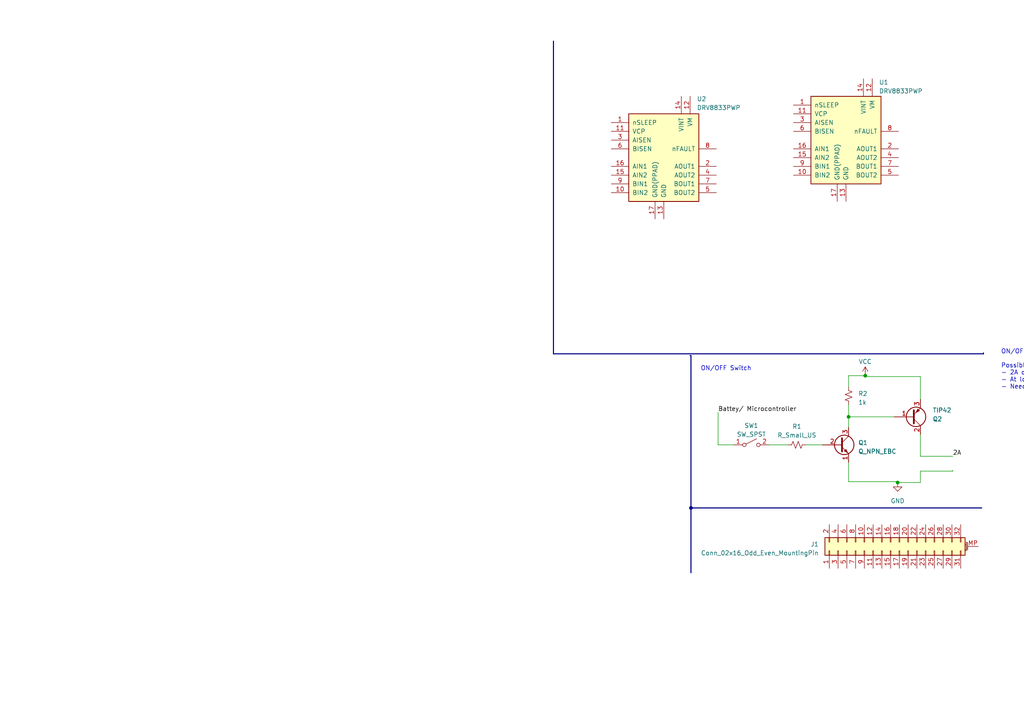
<source format=kicad_sch>
(kicad_sch (version 20230121) (generator eeschema)

  (uuid c9e217fd-79a4-4d9e-9619-03245161d78d)

  (paper "A4")

  (title_block
    (title "EEE3088F Project Design Power module")
    (date "2025-03-19")
    (rev "V0.0")
    (company "University of Cape Town")
  )

  (lib_symbols
    (symbol "Connector_Generic_MountingPin:Conn_02x16_Odd_Even_MountingPin" (pin_names (offset 1.016) hide) (in_bom yes) (on_board yes)
      (property "Reference" "J" (at 1.27 20.32 0)
        (effects (font (size 1.27 1.27)))
      )
      (property "Value" "Conn_02x16_Odd_Even_MountingPin" (at 2.54 -22.86 0)
        (effects (font (size 1.27 1.27)) (justify left))
      )
      (property "Footprint" "" (at 0 0 0)
        (effects (font (size 1.27 1.27)) hide)
      )
      (property "Datasheet" "~" (at 0 0 0)
        (effects (font (size 1.27 1.27)) hide)
      )
      (property "ki_keywords" "connector" (at 0 0 0)
        (effects (font (size 1.27 1.27)) hide)
      )
      (property "ki_description" "Generic connectable mounting pin connector, double row, 02x16, odd/even pin numbering scheme (row 1 odd numbers, row 2 even numbers), script generated (kicad-library-utils/schlib/autogen/connector/)" (at 0 0 0)
        (effects (font (size 1.27 1.27)) hide)
      )
      (property "ki_fp_filters" "Connector*:*_2x??-1MP*" (at 0 0 0)
        (effects (font (size 1.27 1.27)) hide)
      )
      (symbol "Conn_02x16_Odd_Even_MountingPin_1_1"
        (rectangle (start -1.27 -20.193) (end 0 -20.447)
          (stroke (width 0.1524) (type default))
          (fill (type none))
        )
        (rectangle (start -1.27 -17.653) (end 0 -17.907)
          (stroke (width 0.1524) (type default))
          (fill (type none))
        )
        (rectangle (start -1.27 -15.113) (end 0 -15.367)
          (stroke (width 0.1524) (type default))
          (fill (type none))
        )
        (rectangle (start -1.27 -12.573) (end 0 -12.827)
          (stroke (width 0.1524) (type default))
          (fill (type none))
        )
        (rectangle (start -1.27 -10.033) (end 0 -10.287)
          (stroke (width 0.1524) (type default))
          (fill (type none))
        )
        (rectangle (start -1.27 -7.493) (end 0 -7.747)
          (stroke (width 0.1524) (type default))
          (fill (type none))
        )
        (rectangle (start -1.27 -4.953) (end 0 -5.207)
          (stroke (width 0.1524) (type default))
          (fill (type none))
        )
        (rectangle (start -1.27 -2.413) (end 0 -2.667)
          (stroke (width 0.1524) (type default))
          (fill (type none))
        )
        (rectangle (start -1.27 0.127) (end 0 -0.127)
          (stroke (width 0.1524) (type default))
          (fill (type none))
        )
        (rectangle (start -1.27 2.667) (end 0 2.413)
          (stroke (width 0.1524) (type default))
          (fill (type none))
        )
        (rectangle (start -1.27 5.207) (end 0 4.953)
          (stroke (width 0.1524) (type default))
          (fill (type none))
        )
        (rectangle (start -1.27 7.747) (end 0 7.493)
          (stroke (width 0.1524) (type default))
          (fill (type none))
        )
        (rectangle (start -1.27 10.287) (end 0 10.033)
          (stroke (width 0.1524) (type default))
          (fill (type none))
        )
        (rectangle (start -1.27 12.827) (end 0 12.573)
          (stroke (width 0.1524) (type default))
          (fill (type none))
        )
        (rectangle (start -1.27 15.367) (end 0 15.113)
          (stroke (width 0.1524) (type default))
          (fill (type none))
        )
        (rectangle (start -1.27 17.907) (end 0 17.653)
          (stroke (width 0.1524) (type default))
          (fill (type none))
        )
        (rectangle (start -1.27 19.05) (end 3.81 -21.59)
          (stroke (width 0.254) (type default))
          (fill (type background))
        )
        (polyline
          (pts
            (xy 0.254 -22.352)
            (xy 2.286 -22.352)
          )
          (stroke (width 0.1524) (type default))
          (fill (type none))
        )
        (rectangle (start 3.81 -20.193) (end 2.54 -20.447)
          (stroke (width 0.1524) (type default))
          (fill (type none))
        )
        (rectangle (start 3.81 -17.653) (end 2.54 -17.907)
          (stroke (width 0.1524) (type default))
          (fill (type none))
        )
        (rectangle (start 3.81 -15.113) (end 2.54 -15.367)
          (stroke (width 0.1524) (type default))
          (fill (type none))
        )
        (rectangle (start 3.81 -12.573) (end 2.54 -12.827)
          (stroke (width 0.1524) (type default))
          (fill (type none))
        )
        (rectangle (start 3.81 -10.033) (end 2.54 -10.287)
          (stroke (width 0.1524) (type default))
          (fill (type none))
        )
        (rectangle (start 3.81 -7.493) (end 2.54 -7.747)
          (stroke (width 0.1524) (type default))
          (fill (type none))
        )
        (rectangle (start 3.81 -4.953) (end 2.54 -5.207)
          (stroke (width 0.1524) (type default))
          (fill (type none))
        )
        (rectangle (start 3.81 -2.413) (end 2.54 -2.667)
          (stroke (width 0.1524) (type default))
          (fill (type none))
        )
        (rectangle (start 3.81 0.127) (end 2.54 -0.127)
          (stroke (width 0.1524) (type default))
          (fill (type none))
        )
        (rectangle (start 3.81 2.667) (end 2.54 2.413)
          (stroke (width 0.1524) (type default))
          (fill (type none))
        )
        (rectangle (start 3.81 5.207) (end 2.54 4.953)
          (stroke (width 0.1524) (type default))
          (fill (type none))
        )
        (rectangle (start 3.81 7.747) (end 2.54 7.493)
          (stroke (width 0.1524) (type default))
          (fill (type none))
        )
        (rectangle (start 3.81 10.287) (end 2.54 10.033)
          (stroke (width 0.1524) (type default))
          (fill (type none))
        )
        (rectangle (start 3.81 12.827) (end 2.54 12.573)
          (stroke (width 0.1524) (type default))
          (fill (type none))
        )
        (rectangle (start 3.81 15.367) (end 2.54 15.113)
          (stroke (width 0.1524) (type default))
          (fill (type none))
        )
        (rectangle (start 3.81 17.907) (end 2.54 17.653)
          (stroke (width 0.1524) (type default))
          (fill (type none))
        )
        (text "Mounting" (at 1.27 -21.971 0)
          (effects (font (size 0.381 0.381)))
        )
        (pin passive line (at -5.08 17.78 0) (length 3.81)
          (name "Pin_1" (effects (font (size 1.27 1.27))))
          (number "1" (effects (font (size 1.27 1.27))))
        )
        (pin passive line (at 7.62 7.62 180) (length 3.81)
          (name "Pin_10" (effects (font (size 1.27 1.27))))
          (number "10" (effects (font (size 1.27 1.27))))
        )
        (pin passive line (at -5.08 5.08 0) (length 3.81)
          (name "Pin_11" (effects (font (size 1.27 1.27))))
          (number "11" (effects (font (size 1.27 1.27))))
        )
        (pin passive line (at 7.62 5.08 180) (length 3.81)
          (name "Pin_12" (effects (font (size 1.27 1.27))))
          (number "12" (effects (font (size 1.27 1.27))))
        )
        (pin passive line (at -5.08 2.54 0) (length 3.81)
          (name "Pin_13" (effects (font (size 1.27 1.27))))
          (number "13" (effects (font (size 1.27 1.27))))
        )
        (pin passive line (at 7.62 2.54 180) (length 3.81)
          (name "Pin_14" (effects (font (size 1.27 1.27))))
          (number "14" (effects (font (size 1.27 1.27))))
        )
        (pin passive line (at -5.08 0 0) (length 3.81)
          (name "Pin_15" (effects (font (size 1.27 1.27))))
          (number "15" (effects (font (size 1.27 1.27))))
        )
        (pin passive line (at 7.62 0 180) (length 3.81)
          (name "Pin_16" (effects (font (size 1.27 1.27))))
          (number "16" (effects (font (size 1.27 1.27))))
        )
        (pin passive line (at -5.08 -2.54 0) (length 3.81)
          (name "Pin_17" (effects (font (size 1.27 1.27))))
          (number "17" (effects (font (size 1.27 1.27))))
        )
        (pin passive line (at 7.62 -2.54 180) (length 3.81)
          (name "Pin_18" (effects (font (size 1.27 1.27))))
          (number "18" (effects (font (size 1.27 1.27))))
        )
        (pin passive line (at -5.08 -5.08 0) (length 3.81)
          (name "Pin_19" (effects (font (size 1.27 1.27))))
          (number "19" (effects (font (size 1.27 1.27))))
        )
        (pin passive line (at 7.62 17.78 180) (length 3.81)
          (name "Pin_2" (effects (font (size 1.27 1.27))))
          (number "2" (effects (font (size 1.27 1.27))))
        )
        (pin passive line (at 7.62 -5.08 180) (length 3.81)
          (name "Pin_20" (effects (font (size 1.27 1.27))))
          (number "20" (effects (font (size 1.27 1.27))))
        )
        (pin passive line (at -5.08 -7.62 0) (length 3.81)
          (name "Pin_21" (effects (font (size 1.27 1.27))))
          (number "21" (effects (font (size 1.27 1.27))))
        )
        (pin passive line (at 7.62 -7.62 180) (length 3.81)
          (name "Pin_22" (effects (font (size 1.27 1.27))))
          (number "22" (effects (font (size 1.27 1.27))))
        )
        (pin passive line (at -5.08 -10.16 0) (length 3.81)
          (name "Pin_23" (effects (font (size 1.27 1.27))))
          (number "23" (effects (font (size 1.27 1.27))))
        )
        (pin passive line (at 7.62 -10.16 180) (length 3.81)
          (name "Pin_24" (effects (font (size 1.27 1.27))))
          (number "24" (effects (font (size 1.27 1.27))))
        )
        (pin passive line (at -5.08 -12.7 0) (length 3.81)
          (name "Pin_25" (effects (font (size 1.27 1.27))))
          (number "25" (effects (font (size 1.27 1.27))))
        )
        (pin passive line (at 7.62 -12.7 180) (length 3.81)
          (name "Pin_26" (effects (font (size 1.27 1.27))))
          (number "26" (effects (font (size 1.27 1.27))))
        )
        (pin passive line (at -5.08 -15.24 0) (length 3.81)
          (name "Pin_27" (effects (font (size 1.27 1.27))))
          (number "27" (effects (font (size 1.27 1.27))))
        )
        (pin passive line (at 7.62 -15.24 180) (length 3.81)
          (name "Pin_28" (effects (font (size 1.27 1.27))))
          (number "28" (effects (font (size 1.27 1.27))))
        )
        (pin passive line (at -5.08 -17.78 0) (length 3.81)
          (name "Pin_29" (effects (font (size 1.27 1.27))))
          (number "29" (effects (font (size 1.27 1.27))))
        )
        (pin passive line (at -5.08 15.24 0) (length 3.81)
          (name "Pin_3" (effects (font (size 1.27 1.27))))
          (number "3" (effects (font (size 1.27 1.27))))
        )
        (pin passive line (at 7.62 -17.78 180) (length 3.81)
          (name "Pin_30" (effects (font (size 1.27 1.27))))
          (number "30" (effects (font (size 1.27 1.27))))
        )
        (pin passive line (at -5.08 -20.32 0) (length 3.81)
          (name "Pin_31" (effects (font (size 1.27 1.27))))
          (number "31" (effects (font (size 1.27 1.27))))
        )
        (pin passive line (at 7.62 -20.32 180) (length 3.81)
          (name "Pin_32" (effects (font (size 1.27 1.27))))
          (number "32" (effects (font (size 1.27 1.27))))
        )
        (pin passive line (at 7.62 15.24 180) (length 3.81)
          (name "Pin_4" (effects (font (size 1.27 1.27))))
          (number "4" (effects (font (size 1.27 1.27))))
        )
        (pin passive line (at -5.08 12.7 0) (length 3.81)
          (name "Pin_5" (effects (font (size 1.27 1.27))))
          (number "5" (effects (font (size 1.27 1.27))))
        )
        (pin passive line (at 7.62 12.7 180) (length 3.81)
          (name "Pin_6" (effects (font (size 1.27 1.27))))
          (number "6" (effects (font (size 1.27 1.27))))
        )
        (pin passive line (at -5.08 10.16 0) (length 3.81)
          (name "Pin_7" (effects (font (size 1.27 1.27))))
          (number "7" (effects (font (size 1.27 1.27))))
        )
        (pin passive line (at 7.62 10.16 180) (length 3.81)
          (name "Pin_8" (effects (font (size 1.27 1.27))))
          (number "8" (effects (font (size 1.27 1.27))))
        )
        (pin passive line (at -5.08 7.62 0) (length 3.81)
          (name "Pin_9" (effects (font (size 1.27 1.27))))
          (number "9" (effects (font (size 1.27 1.27))))
        )
        (pin passive line (at 1.27 -25.4 90) (length 3.048)
          (name "MountPin" (effects (font (size 1.27 1.27))))
          (number "MP" (effects (font (size 1.27 1.27))))
        )
      )
    )
    (symbol "Device:Q_NPN_EBC" (pin_names (offset 0) hide) (in_bom yes) (on_board yes)
      (property "Reference" "Q" (at 5.08 1.27 0)
        (effects (font (size 1.27 1.27)) (justify left))
      )
      (property "Value" "Q_NPN_EBC" (at 5.08 -1.27 0)
        (effects (font (size 1.27 1.27)) (justify left))
      )
      (property "Footprint" "" (at 5.08 2.54 0)
        (effects (font (size 1.27 1.27)) hide)
      )
      (property "Datasheet" "~" (at 0 0 0)
        (effects (font (size 1.27 1.27)) hide)
      )
      (property "ki_keywords" "transistor NPN" (at 0 0 0)
        (effects (font (size 1.27 1.27)) hide)
      )
      (property "ki_description" "NPN transistor, emitter/base/collector" (at 0 0 0)
        (effects (font (size 1.27 1.27)) hide)
      )
      (symbol "Q_NPN_EBC_0_1"
        (polyline
          (pts
            (xy 0.635 0.635)
            (xy 2.54 2.54)
          )
          (stroke (width 0) (type default))
          (fill (type none))
        )
        (polyline
          (pts
            (xy 0.635 -0.635)
            (xy 2.54 -2.54)
            (xy 2.54 -2.54)
          )
          (stroke (width 0) (type default))
          (fill (type none))
        )
        (polyline
          (pts
            (xy 0.635 1.905)
            (xy 0.635 -1.905)
            (xy 0.635 -1.905)
          )
          (stroke (width 0.508) (type default))
          (fill (type none))
        )
        (polyline
          (pts
            (xy 1.27 -1.778)
            (xy 1.778 -1.27)
            (xy 2.286 -2.286)
            (xy 1.27 -1.778)
            (xy 1.27 -1.778)
          )
          (stroke (width 0) (type default))
          (fill (type outline))
        )
        (circle (center 1.27 0) (radius 2.8194)
          (stroke (width 0.254) (type default))
          (fill (type none))
        )
      )
      (symbol "Q_NPN_EBC_1_1"
        (pin passive line (at 2.54 -5.08 90) (length 2.54)
          (name "E" (effects (font (size 1.27 1.27))))
          (number "1" (effects (font (size 1.27 1.27))))
        )
        (pin passive line (at -5.08 0 0) (length 5.715)
          (name "B" (effects (font (size 1.27 1.27))))
          (number "2" (effects (font (size 1.27 1.27))))
        )
        (pin passive line (at 2.54 5.08 270) (length 2.54)
          (name "C" (effects (font (size 1.27 1.27))))
          (number "3" (effects (font (size 1.27 1.27))))
        )
      )
    )
    (symbol "Device:Q_PNP_BCE" (pin_names (offset 0) hide) (in_bom yes) (on_board yes)
      (property "Reference" "Q" (at 5.08 1.27 0)
        (effects (font (size 1.27 1.27)) (justify left))
      )
      (property "Value" "Q_PNP_BCE" (at 5.08 -1.27 0)
        (effects (font (size 1.27 1.27)) (justify left))
      )
      (property "Footprint" "" (at 5.08 2.54 0)
        (effects (font (size 1.27 1.27)) hide)
      )
      (property "Datasheet" "~" (at 0 0 0)
        (effects (font (size 1.27 1.27)) hide)
      )
      (property "ki_keywords" "transistor PNP" (at 0 0 0)
        (effects (font (size 1.27 1.27)) hide)
      )
      (property "ki_description" "PNP transistor, base/collector/emitter" (at 0 0 0)
        (effects (font (size 1.27 1.27)) hide)
      )
      (symbol "Q_PNP_BCE_0_1"
        (polyline
          (pts
            (xy 0.635 0.635)
            (xy 2.54 2.54)
          )
          (stroke (width 0) (type default))
          (fill (type none))
        )
        (polyline
          (pts
            (xy 0.635 -0.635)
            (xy 2.54 -2.54)
            (xy 2.54 -2.54)
          )
          (stroke (width 0) (type default))
          (fill (type none))
        )
        (polyline
          (pts
            (xy 0.635 1.905)
            (xy 0.635 -1.905)
            (xy 0.635 -1.905)
          )
          (stroke (width 0.508) (type default))
          (fill (type none))
        )
        (polyline
          (pts
            (xy 2.286 -1.778)
            (xy 1.778 -2.286)
            (xy 1.27 -1.27)
            (xy 2.286 -1.778)
            (xy 2.286 -1.778)
          )
          (stroke (width 0) (type default))
          (fill (type outline))
        )
        (circle (center 1.27 0) (radius 2.8194)
          (stroke (width 0.254) (type default))
          (fill (type none))
        )
      )
      (symbol "Q_PNP_BCE_1_1"
        (pin input line (at -5.08 0 0) (length 5.715)
          (name "B" (effects (font (size 1.27 1.27))))
          (number "1" (effects (font (size 1.27 1.27))))
        )
        (pin passive line (at 2.54 5.08 270) (length 2.54)
          (name "C" (effects (font (size 1.27 1.27))))
          (number "2" (effects (font (size 1.27 1.27))))
        )
        (pin passive line (at 2.54 -5.08 90) (length 2.54)
          (name "E" (effects (font (size 1.27 1.27))))
          (number "3" (effects (font (size 1.27 1.27))))
        )
      )
    )
    (symbol "Device:R_Small_US" (pin_numbers hide) (pin_names (offset 0.254) hide) (in_bom yes) (on_board yes)
      (property "Reference" "R" (at 0.762 0.508 0)
        (effects (font (size 1.27 1.27)) (justify left))
      )
      (property "Value" "R_Small_US" (at 0.762 -1.016 0)
        (effects (font (size 1.27 1.27)) (justify left))
      )
      (property "Footprint" "" (at 0 0 0)
        (effects (font (size 1.27 1.27)) hide)
      )
      (property "Datasheet" "~" (at 0 0 0)
        (effects (font (size 1.27 1.27)) hide)
      )
      (property "ki_keywords" "r resistor" (at 0 0 0)
        (effects (font (size 1.27 1.27)) hide)
      )
      (property "ki_description" "Resistor, small US symbol" (at 0 0 0)
        (effects (font (size 1.27 1.27)) hide)
      )
      (property "ki_fp_filters" "R_*" (at 0 0 0)
        (effects (font (size 1.27 1.27)) hide)
      )
      (symbol "R_Small_US_1_1"
        (polyline
          (pts
            (xy 0 0)
            (xy 1.016 -0.381)
            (xy 0 -0.762)
            (xy -1.016 -1.143)
            (xy 0 -1.524)
          )
          (stroke (width 0) (type default))
          (fill (type none))
        )
        (polyline
          (pts
            (xy 0 1.524)
            (xy 1.016 1.143)
            (xy 0 0.762)
            (xy -1.016 0.381)
            (xy 0 0)
          )
          (stroke (width 0) (type default))
          (fill (type none))
        )
        (pin passive line (at 0 2.54 270) (length 1.016)
          (name "~" (effects (font (size 1.27 1.27))))
          (number "1" (effects (font (size 1.27 1.27))))
        )
        (pin passive line (at 0 -2.54 90) (length 1.016)
          (name "~" (effects (font (size 1.27 1.27))))
          (number "2" (effects (font (size 1.27 1.27))))
        )
      )
    )
    (symbol "Driver_Motor:DRV8833PWP" (pin_names (offset 1.016)) (in_bom yes) (on_board yes)
      (property "Reference" "U" (at -3.81 16.51 0)
        (effects (font (size 1.27 1.27)))
      )
      (property "Value" "DRV8833PWP" (at -3.81 13.97 0)
        (effects (font (size 1.27 1.27)))
      )
      (property "Footprint" "Package_SO:HTSSOP-16-1EP_4.4x5mm_P0.65mm_EP3.4x5mm_Mask2.46x2.31mm_ThermalVias" (at 11.43 11.43 0)
        (effects (font (size 1.27 1.27)) (justify left) hide)
      )
      (property "Datasheet" "http://www.ti.com/lit/ds/symlink/drv8833.pdf" (at -3.81 13.97 0)
        (effects (font (size 1.27 1.27)) hide)
      )
      (property "ki_keywords" "H-bridge motor driver" (at 0 0 0)
        (effects (font (size 1.27 1.27)) hide)
      )
      (property "ki_description" "Dual H-Bridge Motor Driver, HTSSOP-16" (at 0 0 0)
        (effects (font (size 1.27 1.27)) hide)
      )
      (property "ki_fp_filters" "HTSSOP-16-1EP*4.4x5mm*P0.65mm*" (at 0 0 0)
        (effects (font (size 1.27 1.27)) hide)
      )
      (symbol "DRV8833PWP_0_1"
        (rectangle (start -10.16 12.7) (end 10.16 -12.7)
          (stroke (width 0.254) (type default))
          (fill (type background))
        )
      )
      (symbol "DRV8833PWP_1_1"
        (pin input line (at -15.24 10.16 0) (length 5.08)
          (name "nSLEEP" (effects (font (size 1.27 1.27))))
          (number "1" (effects (font (size 1.27 1.27))))
        )
        (pin input line (at -15.24 -10.16 0) (length 5.08)
          (name "BIN2" (effects (font (size 1.27 1.27))))
          (number "10" (effects (font (size 1.27 1.27))))
        )
        (pin bidirectional line (at -15.24 7.62 0) (length 5.08)
          (name "VCP" (effects (font (size 1.27 1.27))))
          (number "11" (effects (font (size 1.27 1.27))))
        )
        (pin power_in line (at 7.62 17.78 270) (length 5.08)
          (name "VM" (effects (font (size 1.27 1.27))))
          (number "12" (effects (font (size 1.27 1.27))))
        )
        (pin power_in line (at 0 -17.78 90) (length 5.08)
          (name "GND" (effects (font (size 1.27 1.27))))
          (number "13" (effects (font (size 1.27 1.27))))
        )
        (pin power_in line (at 5.08 17.78 270) (length 5.08)
          (name "VINT" (effects (font (size 1.27 1.27))))
          (number "14" (effects (font (size 1.27 1.27))))
        )
        (pin input line (at -15.24 -5.08 0) (length 5.08)
          (name "AIN2" (effects (font (size 1.27 1.27))))
          (number "15" (effects (font (size 1.27 1.27))))
        )
        (pin input line (at -15.24 -2.54 0) (length 5.08)
          (name "AIN1" (effects (font (size 1.27 1.27))))
          (number "16" (effects (font (size 1.27 1.27))))
        )
        (pin power_in line (at -2.54 -17.78 90) (length 5.08)
          (name "GND(PPAD)" (effects (font (size 1.27 1.27))))
          (number "17" (effects (font (size 1.27 1.27))))
        )
        (pin power_out line (at 15.24 -2.54 180) (length 5.08)
          (name "AOUT1" (effects (font (size 1.27 1.27))))
          (number "2" (effects (font (size 1.27 1.27))))
        )
        (pin bidirectional line (at -15.24 5.08 0) (length 5.08)
          (name "AISEN" (effects (font (size 1.27 1.27))))
          (number "3" (effects (font (size 1.27 1.27))))
        )
        (pin power_out line (at 15.24 -5.08 180) (length 5.08)
          (name "AOUT2" (effects (font (size 1.27 1.27))))
          (number "4" (effects (font (size 1.27 1.27))))
        )
        (pin power_out line (at 15.24 -10.16 180) (length 5.08)
          (name "BOUT2" (effects (font (size 1.27 1.27))))
          (number "5" (effects (font (size 1.27 1.27))))
        )
        (pin bidirectional line (at -15.24 2.54 0) (length 5.08)
          (name "BISEN" (effects (font (size 1.27 1.27))))
          (number "6" (effects (font (size 1.27 1.27))))
        )
        (pin power_out line (at 15.24 -7.62 180) (length 5.08)
          (name "BOUT1" (effects (font (size 1.27 1.27))))
          (number "7" (effects (font (size 1.27 1.27))))
        )
        (pin open_collector line (at 15.24 2.54 180) (length 5.08)
          (name "nFAULT" (effects (font (size 1.27 1.27))))
          (number "8" (effects (font (size 1.27 1.27))))
        )
        (pin input line (at -15.24 -7.62 0) (length 5.08)
          (name "BIN1" (effects (font (size 1.27 1.27))))
          (number "9" (effects (font (size 1.27 1.27))))
        )
      )
    )
    (symbol "Switch:SW_SPST" (pin_names (offset 0) hide) (in_bom yes) (on_board yes)
      (property "Reference" "SW" (at 0 3.175 0)
        (effects (font (size 1.27 1.27)))
      )
      (property "Value" "SW_SPST" (at 0 -2.54 0)
        (effects (font (size 1.27 1.27)))
      )
      (property "Footprint" "" (at 0 0 0)
        (effects (font (size 1.27 1.27)) hide)
      )
      (property "Datasheet" "~" (at 0 0 0)
        (effects (font (size 1.27 1.27)) hide)
      )
      (property "ki_keywords" "switch lever" (at 0 0 0)
        (effects (font (size 1.27 1.27)) hide)
      )
      (property "ki_description" "Single Pole Single Throw (SPST) switch" (at 0 0 0)
        (effects (font (size 1.27 1.27)) hide)
      )
      (symbol "SW_SPST_0_0"
        (circle (center -2.032 0) (radius 0.508)
          (stroke (width 0) (type default))
          (fill (type none))
        )
        (polyline
          (pts
            (xy -1.524 0.254)
            (xy 1.524 1.778)
          )
          (stroke (width 0) (type default))
          (fill (type none))
        )
        (circle (center 2.032 0) (radius 0.508)
          (stroke (width 0) (type default))
          (fill (type none))
        )
      )
      (symbol "SW_SPST_1_1"
        (pin passive line (at -5.08 0 0) (length 2.54)
          (name "A" (effects (font (size 1.27 1.27))))
          (number "1" (effects (font (size 1.27 1.27))))
        )
        (pin passive line (at 5.08 0 180) (length 2.54)
          (name "B" (effects (font (size 1.27 1.27))))
          (number "2" (effects (font (size 1.27 1.27))))
        )
      )
    )
    (symbol "power:GND" (power) (pin_names (offset 0)) (in_bom yes) (on_board yes)
      (property "Reference" "#PWR" (at 0 -6.35 0)
        (effects (font (size 1.27 1.27)) hide)
      )
      (property "Value" "GND" (at 0 -3.81 0)
        (effects (font (size 1.27 1.27)))
      )
      (property "Footprint" "" (at 0 0 0)
        (effects (font (size 1.27 1.27)) hide)
      )
      (property "Datasheet" "" (at 0 0 0)
        (effects (font (size 1.27 1.27)) hide)
      )
      (property "ki_keywords" "global power" (at 0 0 0)
        (effects (font (size 1.27 1.27)) hide)
      )
      (property "ki_description" "Power symbol creates a global label with name \"GND\" , ground" (at 0 0 0)
        (effects (font (size 1.27 1.27)) hide)
      )
      (symbol "GND_0_1"
        (polyline
          (pts
            (xy 0 0)
            (xy 0 -1.27)
            (xy 1.27 -1.27)
            (xy 0 -2.54)
            (xy -1.27 -1.27)
            (xy 0 -1.27)
          )
          (stroke (width 0) (type default))
          (fill (type none))
        )
      )
      (symbol "GND_1_1"
        (pin power_in line (at 0 0 270) (length 0) hide
          (name "GND" (effects (font (size 1.27 1.27))))
          (number "1" (effects (font (size 1.27 1.27))))
        )
      )
    )
    (symbol "power:VCC" (power) (pin_names (offset 0)) (in_bom yes) (on_board yes)
      (property "Reference" "#PWR" (at 0 -3.81 0)
        (effects (font (size 1.27 1.27)) hide)
      )
      (property "Value" "VCC" (at 0 3.81 0)
        (effects (font (size 1.27 1.27)))
      )
      (property "Footprint" "" (at 0 0 0)
        (effects (font (size 1.27 1.27)) hide)
      )
      (property "Datasheet" "" (at 0 0 0)
        (effects (font (size 1.27 1.27)) hide)
      )
      (property "ki_keywords" "global power" (at 0 0 0)
        (effects (font (size 1.27 1.27)) hide)
      )
      (property "ki_description" "Power symbol creates a global label with name \"VCC\"" (at 0 0 0)
        (effects (font (size 1.27 1.27)) hide)
      )
      (symbol "VCC_0_1"
        (polyline
          (pts
            (xy -0.762 1.27)
            (xy 0 2.54)
          )
          (stroke (width 0) (type default))
          (fill (type none))
        )
        (polyline
          (pts
            (xy 0 0)
            (xy 0 2.54)
          )
          (stroke (width 0) (type default))
          (fill (type none))
        )
        (polyline
          (pts
            (xy 0 2.54)
            (xy 0.762 1.27)
          )
          (stroke (width 0) (type default))
          (fill (type none))
        )
      )
      (symbol "VCC_1_1"
        (pin power_in line (at 0 0 90) (length 0) hide
          (name "VCC" (effects (font (size 1.27 1.27))))
          (number "1" (effects (font (size 1.27 1.27))))
        )
      )
    )
  )

  (junction (at 200.406 147.32) (diameter 0) (color 0 0 0 0)
    (uuid 89c8fddc-4c67-4721-a86f-afb1ee7b6802)
  )
  (junction (at 260.35 139.954) (diameter 0) (color 0 0 0 0)
    (uuid 97599322-28e4-4fa2-bf01-567ecc92b438)
  )
  (junction (at 250.952 108.966) (diameter 0) (color 0 0 0 0)
    (uuid b5109f1e-0b7d-4a5d-8a00-6f955b97344f)
  )
  (junction (at 246.126 120.904) (diameter 0) (color 0 0 0 0)
    (uuid d53a3e9e-f9d2-4177-bf20-50e1ca701a71)
  )

  (wire (pts (xy 266.954 139.954) (xy 260.35 139.954))
    (stroke (width 0) (type default))
    (uuid 11256fc6-f40e-4399-bac5-0f639a5ed4c7)
  )
  (wire (pts (xy 260.35 139.7) (xy 260.35 139.954))
    (stroke (width 0) (type default))
    (uuid 1817008a-625c-4d46-8dcd-c6d7e99ce427)
  )
  (wire (pts (xy 266.954 136.652) (xy 266.954 139.954))
    (stroke (width 0) (type default))
    (uuid 3141689f-1fdc-498b-8e9c-847d9d039e88)
  )
  (bus (pts (xy 160.528 102.616) (xy 285.242 102.616))
    (stroke (width 0) (type default))
    (uuid 35765890-a060-417e-8722-5db8f87cf3c6)
  )

  (wire (pts (xy 208.28 119.634) (xy 208.28 129.032))
    (stroke (width 0) (type default))
    (uuid 4580f60c-b0b3-4813-a94c-e5dba289a086)
  )
  (wire (pts (xy 266.954 109.22) (xy 266.954 115.824))
    (stroke (width 0) (type default))
    (uuid 45f3c28d-fa93-4895-9d8e-93a6ffe73827)
  )
  (wire (pts (xy 266.954 136.652) (xy 276.352 136.652))
    (stroke (width 0) (type default))
    (uuid 4f6ed3aa-fafc-4601-a210-be92bb9be34c)
  )
  (wire (pts (xy 208.28 129.032) (xy 212.852 129.032))
    (stroke (width 0) (type default))
    (uuid 535a64bd-7962-40d3-81d7-9dd4bf6ceb56)
  )
  (wire (pts (xy 250.952 109.22) (xy 266.954 109.22))
    (stroke (width 0) (type default))
    (uuid 5f4dfc8b-d15e-4381-89e0-783e866e602a)
  )
  (wire (pts (xy 246.126 120.904) (xy 259.334 120.904))
    (stroke (width 0) (type default))
    (uuid 65846013-4057-4fb5-b52e-91f936d58b49)
  )
  (wire (pts (xy 266.954 125.984) (xy 266.954 132.334))
    (stroke (width 0) (type default))
    (uuid 78b905e4-47b9-4996-929c-6f4103a94909)
  )
  (wire (pts (xy 250.952 108.966) (xy 250.952 109.22))
    (stroke (width 0) (type default))
    (uuid 7c356e80-ba93-42ff-b387-b6bcd2562dda)
  )
  (wire (pts (xy 276.352 136.398) (xy 276.352 136.652))
    (stroke (width 0) (type default))
    (uuid 7de648f2-a209-4eca-a56d-8791eaf3bff2)
  )
  (wire (pts (xy 246.126 120.904) (xy 246.126 123.952))
    (stroke (width 0) (type default))
    (uuid 7eba408c-cfbe-49c7-8972-d241f3ef9189)
  )
  (wire (pts (xy 266.954 132.334) (xy 276.352 132.334))
    (stroke (width 0) (type default))
    (uuid 83a76291-3818-4046-8750-e06bef384cde)
  )
  (wire (pts (xy 233.68 129.032) (xy 238.506 129.032))
    (stroke (width 0) (type default))
    (uuid 868c7577-f5ba-419b-a0b8-7a2fb3850df0)
  )
  (wire (pts (xy 246.126 139.7) (xy 260.35 139.7))
    (stroke (width 0) (type default))
    (uuid 8a57b652-f203-48db-8917-f013d3a750f8)
  )
  (bus (pts (xy 200.406 147.32) (xy 200.406 166.116))
    (stroke (width 0) (type default))
    (uuid 8d96062b-0d94-4055-b23d-b05f31f1aefb)
  )

  (wire (pts (xy 246.126 134.112) (xy 246.126 139.7))
    (stroke (width 0) (type default))
    (uuid 9887cb65-ce50-409d-baa7-998498706805)
  )
  (wire (pts (xy 223.012 129.032) (xy 228.6 129.032))
    (stroke (width 0) (type default))
    (uuid 9d7e36e9-dcef-4bb3-bbca-c9adfe4d28c1)
  )
  (bus (pts (xy 200.152 103.124) (xy 200.406 103.124))
    (stroke (width 0) (type default))
    (uuid a767ca36-0675-41cf-a581-6e70ee434283)
  )
  (bus (pts (xy 160.528 11.938) (xy 160.528 102.616))
    (stroke (width 0) (type default))
    (uuid bd93cdd8-7243-4b27-af6e-74f37fdcb668)
  )

  (wire (pts (xy 246.126 108.966) (xy 246.126 112.268))
    (stroke (width 0) (type default))
    (uuid bf7d77b0-4b19-4f19-98eb-38e0a427706a)
  )
  (bus (pts (xy 200.406 103.124) (xy 200.406 147.32))
    (stroke (width 0) (type default))
    (uuid c2263996-2639-438b-8957-bdcc9f2d7dd2)
  )
  (bus (pts (xy 284.734 147.32) (xy 200.406 147.32))
    (stroke (width 0) (type default))
    (uuid e58982bc-339c-4400-83ab-1b931ef81574)
  )

  (wire (pts (xy 250.952 108.966) (xy 246.126 108.966))
    (stroke (width 0) (type default))
    (uuid f1e577e9-ae08-43d1-b480-5a0e3a72e695)
  )
  (bus (pts (xy 285.242 102.616) (xy 285.242 102.362))
    (stroke (width 0) (type default))
    (uuid fce750df-feda-4a36-837b-cac52ac111d4)
  )

  (wire (pts (xy 246.126 117.348) (xy 246.126 120.904))
    (stroke (width 0) (type default))
    (uuid fe8f0d26-b35a-4086-8f28-61e5eb631b4f)
  )

  (text "ON/OFF Switch \n\nPossible issues\n- 2A output is dependent on the load across it \n- At low loads we can get 2A anything higher than 2.5R at 5V is a stretch\n- Need to add footprints to the transistors"
    (at 290.322 113.03 0)
    (effects (font (size 1.27 1.27)) (justify left bottom))
    (uuid 794a20fb-f03e-4064-8c42-4f5a5d703c8b)
  )
  (text "ON/OFF Switch\n" (at 203.2 107.696 0)
    (effects (font (size 1.27 1.27)) (justify left bottom))
    (uuid 804cfa24-1ed2-4614-b019-9b11f46a063b)
  )

  (label "2A" (at 276.352 132.334 0) (fields_autoplaced)
    (effects (font (size 1.27 1.27)) (justify left bottom))
    (uuid 11a4d9d0-b82b-44af-88f8-66fa81d1a08d)
  )
  (label "Battey{slash} Microcontroller" (at 208.28 119.634 0) (fields_autoplaced)
    (effects (font (size 1.27 1.27)) (justify left bottom))
    (uuid 71a1707d-0374-40f0-96c0-b42016591949)
  )

  (symbol (lib_id "power:GND") (at 260.35 139.954 0) (unit 1)
    (in_bom yes) (on_board yes) (dnp no) (fields_autoplaced)
    (uuid 0228cea0-71fe-45a8-b092-cad7df9cc7d4)
    (property "Reference" "#PWR02" (at 260.35 146.304 0)
      (effects (font (size 1.27 1.27)) hide)
    )
    (property "Value" "GND" (at 260.35 145.288 0)
      (effects (font (size 1.27 1.27)))
    )
    (property "Footprint" "" (at 260.35 139.954 0)
      (effects (font (size 1.27 1.27)) hide)
    )
    (property "Datasheet" "" (at 260.35 139.954 0)
      (effects (font (size 1.27 1.27)) hide)
    )
    (pin "1" (uuid 228a114f-ec16-419d-b6e6-68462bb92f80))
    (instances
      (project "Project Design"
        (path "/c9e217fd-79a4-4d9e-9619-03245161d78d"
          (reference "#PWR02") (unit 1)
        )
      )
    )
  )

  (symbol (lib_id "Device:R_Small_US") (at 231.14 129.032 90) (unit 1)
    (in_bom yes) (on_board yes) (dnp no) (fields_autoplaced)
    (uuid 0a438e0c-9686-489e-abbd-5738ef3eb1de)
    (property "Reference" "R1" (at 231.14 123.698 90)
      (effects (font (size 1.27 1.27)))
    )
    (property "Value" "R_Small_US" (at 231.14 126.238 90)
      (effects (font (size 1.27 1.27)))
    )
    (property "Footprint" "" (at 231.14 129.032 0)
      (effects (font (size 1.27 1.27)) hide)
    )
    (property "Datasheet" "~" (at 231.14 129.032 0)
      (effects (font (size 1.27 1.27)) hide)
    )
    (pin "1" (uuid f15b406d-4658-4b83-86cb-af47ea47744c))
    (pin "2" (uuid 8a8e61e1-5bb9-490e-98d1-60ffd1121fef))
    (instances
      (project "Project Design"
        (path "/c9e217fd-79a4-4d9e-9619-03245161d78d"
          (reference "R1") (unit 1)
        )
      )
    )
  )

  (symbol (lib_id "Driver_Motor:DRV8833PWP") (at 245.364 40.64 0) (unit 1)
    (in_bom yes) (on_board yes) (dnp no) (fields_autoplaced)
    (uuid 2275f66a-2687-4a57-b578-1da91ec55b69)
    (property "Reference" "U1" (at 254.9399 23.876 0)
      (effects (font (size 1.27 1.27)) (justify left))
    )
    (property "Value" "DRV8833PWP" (at 254.9399 26.416 0)
      (effects (font (size 1.27 1.27)) (justify left))
    )
    (property "Footprint" "Package_SO:HTSSOP-16-1EP_4.4x5mm_P0.65mm_EP3.4x5mm_Mask2.46x2.31mm_ThermalVias" (at 256.794 29.21 0)
      (effects (font (size 1.27 1.27)) (justify left) hide)
    )
    (property "Datasheet" "http://www.ti.com/lit/ds/symlink/drv8833.pdf" (at 241.554 26.67 0)
      (effects (font (size 1.27 1.27)) hide)
    )
    (pin "1" (uuid 12d665d0-40b4-4217-b35c-d9cfc0f534db))
    (pin "10" (uuid 3834b2fd-984c-4cb5-8814-91eb42b53fed))
    (pin "11" (uuid c6d88d9a-dcca-4bce-9300-be80ba02e05f))
    (pin "12" (uuid d44cd2fd-9e5d-4f97-80e4-b634bd0e086a))
    (pin "13" (uuid 90d92592-53ca-4ce3-bbfa-885499adb4b7))
    (pin "14" (uuid edc0e580-e8b6-42e4-a78b-c28458dca2d4))
    (pin "15" (uuid ca9274fc-7cb2-42d1-a87b-ec398ba05d51))
    (pin "16" (uuid 1637ce31-745f-4cf3-93e9-1c3562198449))
    (pin "17" (uuid 00c0108a-2343-49b0-af33-4513847fd0a8))
    (pin "2" (uuid 07ee7f2b-1541-4eb9-bae0-2772d5a19274))
    (pin "3" (uuid 0d229767-7bac-4461-9465-6193664b4773))
    (pin "4" (uuid 0803dfac-5b7c-4c20-8be0-03dbab39c72b))
    (pin "5" (uuid 62bcf68d-4c58-4062-9a07-894a24b8270b))
    (pin "6" (uuid 1b1035cd-25df-4f28-a9a6-65aaeb6965f4))
    (pin "7" (uuid 9bd3b5b5-08d6-40c3-af4c-ef3db5510244))
    (pin "8" (uuid cf90084e-8ca8-411f-abc7-24dc24c14bdc))
    (pin "9" (uuid 1676273a-455e-4f2f-94fa-f7941708cfdd))
    (instances
      (project "Project Design"
        (path "/c9e217fd-79a4-4d9e-9619-03245161d78d"
          (reference "U1") (unit 1)
        )
      )
    )
  )

  (symbol (lib_id "Connector_Generic_MountingPin:Conn_02x16_Odd_Even_MountingPin") (at 258.318 159.766 90) (unit 1)
    (in_bom yes) (on_board yes) (dnp no) (fields_autoplaced)
    (uuid 6574b84b-06d7-4bc3-87ef-c32368e6c093)
    (property "Reference" "J1" (at 237.49 157.861 90)
      (effects (font (size 1.27 1.27)) (justify left))
    )
    (property "Value" "Conn_02x16_Odd_Even_MountingPin" (at 237.49 160.401 90)
      (effects (font (size 1.27 1.27)) (justify left))
    )
    (property "Footprint" "Connector_PinHeader_2.54mm:PinHeader_2x16_P2.54mm_Vertical" (at 258.318 159.766 0)
      (effects (font (size 1.27 1.27)) hide)
    )
    (property "Datasheet" "~" (at 258.318 159.766 0)
      (effects (font (size 1.27 1.27)) hide)
    )
    (pin "1" (uuid 82250ace-4ab8-410d-9a7e-39a6fd3b3c0a))
    (pin "10" (uuid 84ad3b26-46d4-4170-8dcc-d54f1f7da594))
    (pin "11" (uuid 26d7dbb3-d726-4bdc-9ee8-34efc477a32c))
    (pin "12" (uuid 636acbc8-b840-4621-a73b-97cc82a1c801))
    (pin "13" (uuid 1bf4dfc9-f038-4610-bc6a-6141ce1aef36))
    (pin "14" (uuid f47c20b0-2ccf-4726-9517-beb104d3d8a6))
    (pin "15" (uuid 33caf013-f895-480c-8fe5-0b18b8547823))
    (pin "16" (uuid 81a86f8f-c8fc-44c7-8e81-8ae3d8a1b3ce))
    (pin "17" (uuid 43fc16a7-7ca7-4098-b7fb-73581d3d61f8))
    (pin "18" (uuid 0eb09ba4-c882-4d13-b605-f0441ee84775))
    (pin "19" (uuid 1a546dfd-6801-4825-89af-37454401f9f6))
    (pin "2" (uuid 889a49c4-c992-4361-ac5c-2b5af1c78a7f))
    (pin "20" (uuid d829823c-ef60-4f46-8a09-5de97be1c6c5))
    (pin "21" (uuid 5e3f6c07-563d-4b9f-a1dc-775c028fbb58))
    (pin "22" (uuid 3630ec6c-b1e7-4961-adb5-1967626f7a58))
    (pin "23" (uuid 8be19b38-4e18-456b-a8f8-75b1c8165a11))
    (pin "24" (uuid d8ebdc9a-d2c2-4277-a0d8-be76e3b94924))
    (pin "25" (uuid 08f26abe-9897-4dea-8414-2f24837dab8e))
    (pin "26" (uuid c81b7f1b-c8cf-429b-9005-709382e0061c))
    (pin "27" (uuid 118cc2bb-74c4-4096-abb4-3b0061ee5afb))
    (pin "28" (uuid eecdb2fa-4141-46e4-a9e1-eae4aa46de53))
    (pin "29" (uuid 5c8b6e23-4b40-4f19-80c8-1658ec8608b5))
    (pin "3" (uuid e798cc67-35e4-46aa-a1ec-ae0e74571486))
    (pin "30" (uuid a8525412-8c78-4594-a4e9-cf7cdc2830d4))
    (pin "31" (uuid e7bbf263-e6d4-4c8d-9e1c-4bad84964408))
    (pin "32" (uuid a15134bb-e57f-4335-802a-404099f07180))
    (pin "4" (uuid 805e27eb-6768-4645-9998-30824fb230d4))
    (pin "5" (uuid 030773bf-8444-474b-82bd-c76029dbdf74))
    (pin "6" (uuid 60d7f18f-04fe-49de-bc7c-0ee6f8fca81e))
    (pin "7" (uuid d58bc089-3391-4f60-9dd7-1572d53a8bd8))
    (pin "8" (uuid ebc728ea-969e-4a83-8f6e-197fc3017ac0))
    (pin "9" (uuid f7a10b27-edcf-45fc-ab79-22d4db7717b9))
    (pin "MP" (uuid 29e5ff08-8e46-425a-bdea-0b81cf9804b7))
    (instances
      (project "Project Design"
        (path "/c9e217fd-79a4-4d9e-9619-03245161d78d"
          (reference "J1") (unit 1)
        )
      )
    )
  )

  (symbol (lib_id "Device:R_Small_US") (at 246.126 114.808 0) (unit 1)
    (in_bom yes) (on_board yes) (dnp no) (fields_autoplaced)
    (uuid 79070b92-367c-419c-ad64-6783f1c86ca3)
    (property "Reference" "R2" (at 248.92 114.173 0)
      (effects (font (size 1.27 1.27)) (justify left))
    )
    (property "Value" "1k" (at 248.92 116.713 0)
      (effects (font (size 1.27 1.27)) (justify left))
    )
    (property "Footprint" "" (at 246.126 114.808 0)
      (effects (font (size 1.27 1.27)) hide)
    )
    (property "Datasheet" "~" (at 246.126 114.808 0)
      (effects (font (size 1.27 1.27)) hide)
    )
    (pin "1" (uuid f18237b0-1f55-4ff6-b066-f7b856148e82))
    (pin "2" (uuid 5abf4992-294d-4cc6-b1a4-8f44557a24a9))
    (instances
      (project "Project Design"
        (path "/c9e217fd-79a4-4d9e-9619-03245161d78d"
          (reference "R2") (unit 1)
        )
      )
    )
  )

  (symbol (lib_id "Switch:SW_SPST") (at 217.932 129.032 0) (unit 1)
    (in_bom yes) (on_board yes) (dnp no) (fields_autoplaced)
    (uuid 931539a9-1d6d-4661-8b19-0aa5ccf69af3)
    (property "Reference" "SW1" (at 217.932 123.444 0)
      (effects (font (size 1.27 1.27)))
    )
    (property "Value" "SW_SPST" (at 217.932 125.984 0)
      (effects (font (size 1.27 1.27)))
    )
    (property "Footprint" "" (at 217.932 129.032 0)
      (effects (font (size 1.27 1.27)) hide)
    )
    (property "Datasheet" "~" (at 217.932 129.032 0)
      (effects (font (size 1.27 1.27)) hide)
    )
    (pin "1" (uuid 749c4ddc-ec34-487d-a84d-50c76000d1dc))
    (pin "2" (uuid 97b9b6d7-4789-4ef6-91cb-0398c66d4822))
    (instances
      (project "Project Design"
        (path "/c9e217fd-79a4-4d9e-9619-03245161d78d"
          (reference "SW1") (unit 1)
        )
      )
    )
  )

  (symbol (lib_id "Device:Q_PNP_BCE") (at 264.414 120.904 0) (mirror x) (unit 1)
    (in_bom yes) (on_board yes) (dnp no)
    (uuid 9fbe48e1-e3c2-4d8e-b3f1-b6708c59ae64)
    (property "Reference" "Q2" (at 270.51 121.539 0)
      (effects (font (size 1.27 1.27)) (justify left))
    )
    (property "Value" "TIP42" (at 270.51 118.999 0)
      (effects (font (size 1.27 1.27)) (justify left))
    )
    (property "Footprint" "" (at 269.494 123.444 0)
      (effects (font (size 1.27 1.27)) hide)
    )
    (property "Datasheet" "~" (at 264.414 120.904 0)
      (effects (font (size 1.27 1.27)) hide)
    )
    (pin "1" (uuid c625033a-9615-44ba-9b1f-ffa8f7fbc79d))
    (pin "2" (uuid 8a7702af-b649-42e5-a58e-c8aeb9163741))
    (pin "3" (uuid d4fc49d9-9239-4c82-9fe5-ca667a455b88))
    (instances
      (project "Project Design"
        (path "/c9e217fd-79a4-4d9e-9619-03245161d78d"
          (reference "Q2") (unit 1)
        )
      )
    )
  )

  (symbol (lib_id "Driver_Motor:DRV8833PWP") (at 192.532 45.72 0) (unit 1)
    (in_bom yes) (on_board yes) (dnp no) (fields_autoplaced)
    (uuid b9fc502c-ac8c-44dc-956d-0a02e635793f)
    (property "Reference" "U2" (at 202.1079 28.702 0)
      (effects (font (size 1.27 1.27)) (justify left))
    )
    (property "Value" "DRV8833PWP" (at 202.1079 31.242 0)
      (effects (font (size 1.27 1.27)) (justify left))
    )
    (property "Footprint" "Package_SO:HTSSOP-16-1EP_4.4x5mm_P0.65mm_EP3.4x5mm_Mask2.46x2.31mm_ThermalVias" (at 203.962 34.29 0)
      (effects (font (size 1.27 1.27)) (justify left) hide)
    )
    (property "Datasheet" "http://www.ti.com/lit/ds/symlink/drv8833.pdf" (at 188.722 31.75 0)
      (effects (font (size 1.27 1.27)) hide)
    )
    (pin "1" (uuid ca28c939-0c5a-48b3-a140-e83d728b8a17))
    (pin "10" (uuid 5cb78cf6-c2b2-4faa-bf31-afcd529602e6))
    (pin "11" (uuid 5be25faa-7dcc-48d8-829a-65d0f692677c))
    (pin "12" (uuid 32407442-3187-4f30-baa9-beb38858a7ed))
    (pin "13" (uuid 2c682877-48c7-412a-af29-f8803dcd1445))
    (pin "14" (uuid 8d0f0da0-a987-4528-880b-3b116b9e28ad))
    (pin "15" (uuid 0e99f19d-9b23-4f1f-816a-3549be95a28c))
    (pin "16" (uuid bd05bb71-d869-46e2-935e-d234c75291c3))
    (pin "17" (uuid 9a171b51-4c4b-4140-b2ac-ba5d16f879e2))
    (pin "2" (uuid 2cf625a6-e2e1-4c31-a7b9-3c48cdc6a7e0))
    (pin "3" (uuid 9547f04c-4f5f-4cd6-98b8-5897022695c6))
    (pin "4" (uuid 2d7ff7f7-065e-4204-b07f-e1120c95410b))
    (pin "5" (uuid 18d675c3-d4e2-4ea2-8386-488d71c9748d))
    (pin "6" (uuid b4d78c03-1035-4f05-a520-4aa2ef35ba4e))
    (pin "7" (uuid 0c3f6353-a7f2-4ad1-b08d-6d201aafde91))
    (pin "8" (uuid bae88c07-87b8-4fc6-8435-47e3343bac7a))
    (pin "9" (uuid e6e9aa38-3be7-411f-8918-fa7e37428893))
    (instances
      (project "Project Design"
        (path "/c9e217fd-79a4-4d9e-9619-03245161d78d"
          (reference "U2") (unit 1)
        )
      )
    )
  )

  (symbol (lib_id "power:VCC") (at 250.952 108.966 0) (unit 1)
    (in_bom yes) (on_board yes) (dnp no) (fields_autoplaced)
    (uuid c63899b0-a2f2-4c70-8ab9-486c3850fcc8)
    (property "Reference" "#PWR01" (at 250.952 112.776 0)
      (effects (font (size 1.27 1.27)) hide)
    )
    (property "Value" "VCC" (at 250.952 104.902 0)
      (effects (font (size 1.27 1.27)))
    )
    (property "Footprint" "" (at 250.952 108.966 0)
      (effects (font (size 1.27 1.27)) hide)
    )
    (property "Datasheet" "" (at 250.952 108.966 0)
      (effects (font (size 1.27 1.27)) hide)
    )
    (pin "1" (uuid a60f1504-4b66-4560-9ac4-7b88866dfc7a))
    (instances
      (project "Project Design"
        (path "/c9e217fd-79a4-4d9e-9619-03245161d78d"
          (reference "#PWR01") (unit 1)
        )
      )
    )
  )

  (symbol (lib_id "Device:Q_NPN_EBC") (at 243.586 129.032 0) (unit 1)
    (in_bom yes) (on_board yes) (dnp no) (fields_autoplaced)
    (uuid e558fffa-b000-46fc-ae86-e5f48b3d199b)
    (property "Reference" "Q1" (at 248.92 128.397 0)
      (effects (font (size 1.27 1.27)) (justify left))
    )
    (property "Value" "Q_NPN_EBC" (at 248.92 130.937 0)
      (effects (font (size 1.27 1.27)) (justify left))
    )
    (property "Footprint" "" (at 248.666 126.492 0)
      (effects (font (size 1.27 1.27)) hide)
    )
    (property "Datasheet" "~" (at 243.586 129.032 0)
      (effects (font (size 1.27 1.27)) hide)
    )
    (pin "1" (uuid 0c21211f-f987-4b06-ab69-a2569df7854f))
    (pin "2" (uuid 98211d01-de05-4a45-888e-cea528e92047))
    (pin "3" (uuid 39f408e8-9f38-4d4e-bf08-493b07393448))
    (instances
      (project "Project Design"
        (path "/c9e217fd-79a4-4d9e-9619-03245161d78d"
          (reference "Q1") (unit 1)
        )
      )
    )
  )

  (sheet_instances
    (path "/" (page "1"))
  )
)

</source>
